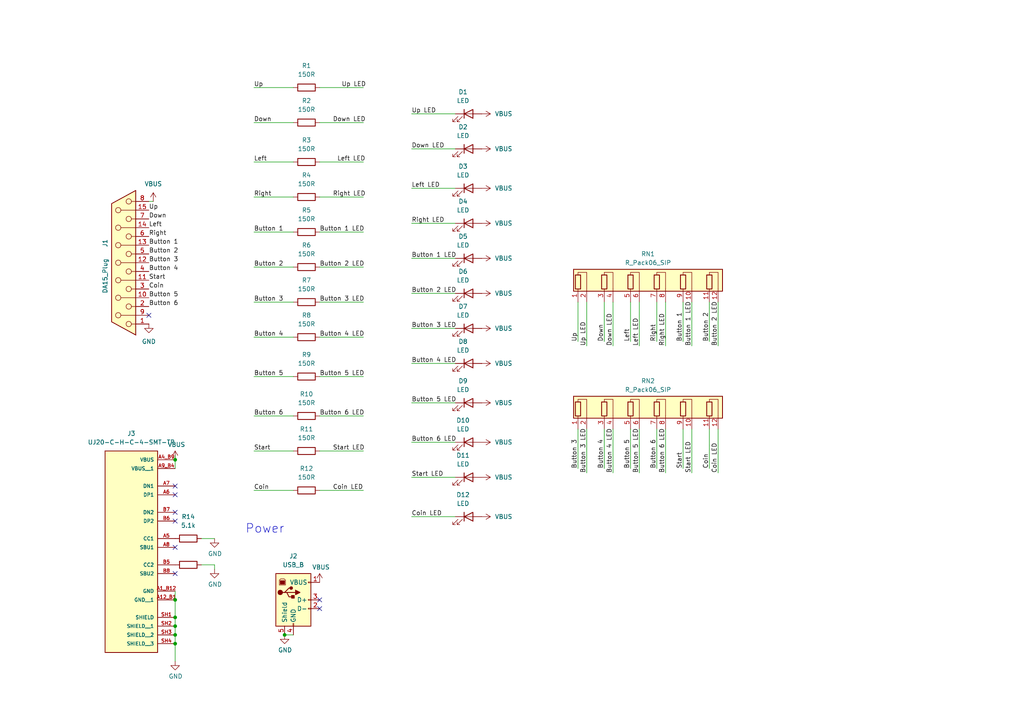
<source format=kicad_sch>
(kicad_sch (version 20231120) (generator "eeschema") (generator_version "8.0")
  (paper "A4")
  (lib_symbols
    (symbol "9pin2supergun:UJ20-C-H-C-4-SMT-TR" (pin_names (offset 1.016))
      (property "Reference" "J" (at -7.62 23.622 0))
      (property "Value" "UJ20-C-H-C-4-SMT-TR" (at -7.62 -38.1 0))
      (symbol "UJ20-C-H-C-4-SMT-TR_0_0"
        (rectangle (start -7.62 -35.56) (end 7.62 22.86) (stroke (width 0.254)) (fill (type background)))
        (pin passive line (at 12.7 -20.32 180) (length 5.08) (name "GND__1") (number "A12_B1"))
        (pin passive line (at 12.7 -17.78 180) (length 5.08) (name "GND") (number "A1_B12"))
        (pin passive line (at 12.7 20.32 180) (length 5.08) (name "VBUS") (number "A4_B9"))
        (pin passive line (at 12.7 -2.54 180) (length 5.08) (name "CC1") (number "A5"))
        (pin passive line (at 12.7 10.16 180) (length 5.08) (name "DP1") (number "A6"))
        (pin passive line (at 12.7 12.7 180) (length 5.08) (name "DN1") (number "A7"))
        (pin passive line (at 12.7 -5.08 180) (length 5.08) (name "SBU1") (number "A8"))
        (pin passive line (at 12.7 17.78 180) (length 5.08) (name "VBUS__1") (number "A9_B4"))
        (pin passive line (at 12.7 -10.16 180) (length 5.08) (name "CC2") (number "B5"))
        (pin passive line (at 12.7 2.54 180) (length 5.08) (name "DP2") (number "B6"))
        (pin passive line (at 12.7 5.08 180) (length 5.08) (name "DN2") (number "B7"))
        (pin passive line (at 12.7 -12.7 180) (length 5.08) (name "SBU2") (number "B8"))
        (pin passive line (at 12.7 -25.4 180) (length 5.08) (name "SHIELD") (number "SH1"))
        (pin passive line (at 12.7 -27.94 180) (length 5.08) (name "SHIELD__1") (number "SH2"))
        (pin passive line (at 12.7 -30.48 180) (length 5.08) (name "SHIELD__2") (number "SH3"))
        (pin passive line (at 12.7 -33.02 180) (length 5.08) (name "SHIELD__3") (number "SH4"))
      )
    )
    (symbol "Connector:DA15_Receptacle" (pin_names (offset 1.016) hide)
      (property "Reference" "J1" (at 5.08 1.2701 0))
      (property "Value" "DA15_Receptacle" (at 5.08 -1.2699 0))
      (symbol "DA15_Receptacle_0_1"
        (circle (center -1.778 -17.78) (radius 0.762))
        (circle (center -1.778 -12.7) (radius 0.762))
        (circle (center -1.778 -7.62) (radius 0.762))
        (circle (center -1.778 -2.54) (radius 0.762))
        (circle (center -1.778 2.54) (radius 0.762))
        (circle (center -1.778 7.62) (radius 0.762))
        (circle (center -1.778 12.7) (radius 0.762))
        (circle (center -1.778 17.78) (radius 0.762))
        (polyline (pts (xy -3.81 -17.78) (xy -2.54 -17.78)))
        (polyline (pts (xy -3.81 -15.24) (xy 0.508 -15.24)))
        (polyline (pts (xy -3.81 -12.7) (xy -2.54 -12.7)))
        (polyline (pts (xy -3.81 -10.16) (xy 0.508 -10.16)))
        (polyline (pts (xy -3.81 -7.62) (xy -2.54 -7.62)))
        (polyline (pts (xy -3.81 -5.08) (xy 0.508 -5.08)))
        (polyline (pts (xy -3.81 -2.54) (xy -2.54 -2.54)))
        (polyline (pts (xy -3.81 0) (xy 0.508 0)))
        (polyline (pts (xy -3.81 2.54) (xy -2.54 2.54)))
        (polyline (pts (xy -3.81 5.08) (xy 0.508 5.08)))
        (polyline (pts (xy -3.81 7.62) (xy -2.54 7.62)))
        (polyline (pts (xy -3.81 10.16) (xy 0.508 10.16)))
        (polyline (pts (xy -3.81 12.7) (xy -2.54 12.7)))
        (polyline (pts (xy -3.81 15.24) (xy 0.508 15.24)))
        (polyline (pts (xy -3.81 17.78) (xy -2.54 17.78)))
        (polyline (pts (xy -3.81 20.955) (xy 3.175 17.145) (xy 3.175 -17.145) (xy -3.81 -20.955) (xy -3.81 20.955)) (stroke (width 0.254)) (fill (type background)))
        (circle (center 1.27 -15.24) (radius 0.762))
        (circle (center 1.27 -10.16) (radius 0.762))
        (circle (center 1.27 -5.08) (radius 0.762))
        (circle (center 1.27 0) (radius 0.762))
        (circle (center 1.27 5.08) (radius 0.762))
        (circle (center 1.27 10.16) (radius 0.762))
        (circle (center 1.27 15.24) (radius 0.762))
      )
      (symbol "DA15_Receptacle_1_1"
        (pin passive line (at -7.62 17.78 0) (length 3.81) (name "1") (number "1"))
        (pin passive line (at -7.62 10.16 0) (length 3.81) (name "P10") (number "10"))
        (pin passive line (at -7.62 5.08 0) (length 3.81) (name "P111") (number "11"))
        (pin passive line (at -7.62 0 0) (length 3.81) (name "P12") (number "12"))
        (pin passive line (at -7.62 -5.08 0) (length 3.81) (name "P13") (number "13"))
        (pin passive line (at -7.62 -10.16 0) (length 3.81) (name "P14") (number "14"))
        (pin passive line (at -7.62 -15.24 0) (length 3.81) (name "P15") (number "15"))
        (pin passive line (at -7.62 12.7 0) (length 3.81) (name "2") (number "2"))
        (pin passive line (at -7.62 7.62 0) (length 3.81) (name "3") (number "3"))
        (pin passive line (at -7.62 2.54 0) (length 3.81) (name "4") (number "4"))
        (pin passive line (at -7.62 -2.54 0) (length 3.81) (name "5") (number "5"))
        (pin passive line (at -7.62 -7.62 0) (length 3.81) (name "6") (number "6"))
        (pin passive line (at -7.62 -12.7 0) (length 3.81) (name "7") (number "7"))
        (pin passive line (at -7.62 -17.78 0) (length 3.81) (name "8") (number "8"))
        (pin passive line (at -7.62 15.24 0) (length 3.81) (name "P9") (number "9"))
      )
    )
    (symbol "Connector:USB_B" (pin_names (offset 1.016))
      (property "Reference" "J" (at -5.08 11.43 0))
      (property "Value" "USB_B" (at -5.08 8.89 0))
      (symbol "USB_B_0_1"
        (rectangle (start -5.08 -7.62) (end 5.08 7.62) (stroke (width 0.254)) (fill (type background)))
        (circle (center -3.81 2.159) (radius 0.635) (stroke (width 0.254)) (fill (type outline)))
        (rectangle (start -3.81 5.588) (end -2.54 4.572) (fill (type outline)))
        (circle (center -0.635 3.429) (radius 0.381) (stroke (width 0.254)) (fill (type outline)))
        (rectangle (start -0.127 -7.62) (end 0.127 -6.858))
        (polyline (pts (xy -1.905 2.159) (xy 0.635 2.159)) (stroke (width 0.254)))
        (polyline (pts (xy -3.175 2.159) (xy -2.54 2.159) (xy -1.27 3.429) (xy -0.635 3.429)) (stroke (width 0.254)))
        (polyline (pts (xy -2.54 2.159) (xy -1.905 2.159) (xy -1.27 0.889) (xy 0 0.889)) (stroke (width 0.254)))
        (polyline (pts (xy 0.635 2.794) (xy 0.635 1.524) (xy 1.905 2.159) (xy 0.635 2.794)) (stroke (width 0.254)) (fill (type outline)))
        (polyline (pts (xy -4.064 4.318) (xy -2.286 4.318) (xy -2.286 5.715) (xy -2.667 6.096) (xy -3.683 6.096) (xy -4.064 5.715) (xy -4.064 4.318)))
        (rectangle (start 0.254 1.27) (end -0.508 0.508) (stroke (width 0.254)) (fill (type outline)))
        (rectangle (start 5.08 -2.667) (end 4.318 -2.413))
        (rectangle (start 5.08 -0.127) (end 4.318 0.127))
        (rectangle (start 5.08 4.953) (end 4.318 5.207))
      )
      (symbol "USB_B_1_1"
        (pin power_out line (at 7.62 5.08 180) (length 2.54) (name "VBUS") (number "1"))
        (pin bidirectional line (at 7.62 -2.54 180) (length 2.54) (name "D-") (number "2"))
        (pin bidirectional line (at 7.62 0 180) (length 2.54) (name "D+") (number "3"))
        (pin power_out line (at 0 -10.16 90) (length 2.54) (name "GND") (number "4"))
        (pin passive line (at -2.54 -10.16 90) (length 2.54) (name "Shield") (number "5"))
      )
    )
    (symbol "Device:LED" (pin_numbers hide) (pin_names (offset 1.016) hide)
      (property "Reference" "D" (at 0 2.54 0))
      (property "Value" "LED" (at 0 -2.54 0))
      (symbol "LED_0_1"
        (polyline (pts (xy -1.27 -1.27) (xy -1.27 1.27)) (stroke (width 0.254)))
        (polyline (pts (xy -1.27 0) (xy 1.27 0)))
        (polyline (pts (xy 1.27 -1.27) (xy 1.27 1.27) (xy -1.27 0) (xy 1.27 -1.27)) (stroke (width 0.254)))
        (polyline (pts (xy -3.048 -0.762) (xy -4.572 -2.286) (xy -3.81 -2.286) (xy -4.572 -2.286) (xy -4.572 -1.524)))
        (polyline (pts (xy -1.778 -0.762) (xy -3.302 -2.286) (xy -2.54 -2.286) (xy -3.302 -2.286) (xy -3.302 -1.524)))
      )
      (symbol "LED_1_1"
        (pin passive line (at -3.81 0 0) (length 2.54) (name "K") (number "1"))
        (pin passive line (at 3.81 0 180) (length 2.54) (name "A") (number "2"))
      )
    )
    (symbol "Device:R" (pin_numbers hide) (pin_names (offset 0))
      (property "Reference" "R" (at 2.032 0 90))
      (property "Value" "R" (at 0 0 90))
      (symbol "R_0_1"
        (rectangle (start -1.016 -2.54) (end 1.016 2.54) (stroke (width 0.254)))
      )
      (symbol "R_1_1"
        (pin passive line (at 0 3.81 270) (length 1.27) (name "~") (number "1"))
        (pin passive line (at 0 -3.81 90) (length 1.27) (name "~") (number "2"))
      )
    )
    (symbol "Device:R_Pack06_SIP" (pin_names (offset 0) hide)
      (property "Reference" "RN" (at -22.86 0 90))
      (property "Value" "R_Pack06_SIP" (at 22.86 0 90))
      (symbol "R_Pack06_SIP_0_1"
        (rectangle (start -21.59 -1.905) (end 21.59 4.445) (stroke (width 0.254)) (fill (type background)))
        (rectangle (start -21.082 2.794) (end -19.558 -1.27) (stroke (width 0.254)))
        (rectangle (start -13.462 2.794) (end -11.938 -1.27) (stroke (width 0.254)))
        (rectangle (start -5.842 2.794) (end -4.318 -1.27) (stroke (width 0.254)))
        (polyline (pts (xy -20.32 2.794) (xy -20.32 3.556) (xy -17.78 3.556) (xy -17.78 -1.27)))
        (polyline (pts (xy -12.7 2.794) (xy -12.7 3.556) (xy -10.16 3.556) (xy -10.16 -1.27)))
        (polyline (pts (xy -5.08 2.794) (xy -5.08 3.556) (xy -2.54 3.556) (xy -2.54 -1.27)))
        (polyline (pts (xy 2.54 2.794) (xy 2.54 3.556) (xy 5.08 3.556) (xy 5.08 -1.27)))
        (polyline (pts (xy 10.16 2.794) (xy 10.16 3.556) (xy 12.7 3.556) (xy 12.7 -1.27)))
        (polyline (pts (xy 17.78 2.794) (xy 17.78 3.556) (xy 20.32 3.556) (xy 20.32 -1.27)))
        (rectangle (start 1.778 2.794) (end 3.302 -1.27) (stroke (width 0.254)))
        (rectangle (start 9.398 2.794) (end 10.922 -1.27) (stroke (width 0.254)))
        (rectangle (start 17.018 2.794) (end 18.542 -1.27) (stroke (width 0.254)))
      )
      (symbol "R_Pack06_SIP_1_1"
        (pin passive line (at -20.32 -5.08 90) (length 3.81) (name "R1.1") (number "1"))
        (pin passive line (at 12.7 -5.08 90) (length 3.81) (name "R5.2") (number "10"))
        (pin passive line (at 17.78 -5.08 90) (length 3.81) (name "R6.1") (number "11"))
        (pin passive line (at 20.32 -5.08 90) (length 3.81) (name "R6.2") (number "12"))
        (pin passive line (at -17.78 -5.08 90) (length 3.81) (name "R1.2") (number "2"))
        (pin passive line (at -12.7 -5.08 90) (length 3.81) (name "R2.1") (number "3"))
        (pin passive line (at -10.16 -5.08 90) (length 3.81) (name "R2.2") (number "4"))
        (pin passive line (at -5.08 -5.08 90) (length 3.81) (name "R3.1") (number "5"))
        (pin passive line (at -2.54 -5.08 90) (length 3.81) (name "R3.2") (number "6"))
        (pin passive line (at 2.54 -5.08 90) (length 3.81) (name "R4.1") (number "7"))
        (pin passive line (at 5.08 -5.08 90) (length 3.81) (name "R4.2") (number "8"))
        (pin passive line (at 10.16 -5.08 90) (length 3.81) (name "R5.1") (number "9"))
      )
    )
    (symbol "GND_4" (power) (pin_names (offset 0))
      (property "Value" "GND" (at 0 -3.81 0))
      (symbol "GND_4_0_1"
        (polyline (pts (xy 0 0) (xy 0 -1.27) (xy 1.27 -1.27) (xy 0 -2.54) (xy -1.27 -1.27) (xy 0 -1.27)))
      )
      (symbol "GND_4_1_1"
        (pin power_in line (at 0 0 270) (length 0) hide (name "GND") (number "1"))
      )
    )
    (symbol "VBUS_1" (power) (pin_names (offset 0))
      (property "Value" "VBUS" (at 0 3.81 0))
      (symbol "VBUS_1_0_1"
        (polyline (pts (xy -0.762 1.27) (xy 0 2.54)))
        (polyline (pts (xy 0 0) (xy 0 2.54)))
        (polyline (pts (xy 0 2.54) (xy 0.762 1.27)))
      )
      (symbol "VBUS_1_1_1"
        (pin power_in line (at 0 0 90) (length 0) hide (name "VBUS") (number "1"))
      )
    )
    (symbol "power:GND" (power) (pin_numbers hide) (pin_names (offset 0) hide)
      (property "Value" "GND" (at 0 -3.81 0))
      (symbol "GND_0_1"
        (polyline (pts (xy 0 0) (xy 0 -1.27) (xy 1.27 -1.27) (xy 0 -2.54) (xy -1.27 -1.27) (xy 0 -1.27)))
      )
      (symbol "GND_1_1"
        (pin power_in line (at 0 0 270) (length 0) (name "~") (number "1"))
      )
    )
    (symbol "power:VBUS" (power) (pin_numbers hide) (pin_names (offset 0) hide)
      (property "Value" "VBUS" (at 0 3.556 0))
      (symbol "VBUS_0_1"
        (polyline (pts (xy -0.762 1.27) (xy 0 2.54)))
        (polyline (pts (xy 0 0) (xy 0 2.54)))
        (polyline (pts (xy 0 2.54) (xy 0.762 1.27)))
      )
      (symbol "VBUS_1_1"
        (pin power_in line (at 0 0 90) (length 0) (name "~") (number "1"))
      )
    )
  )
  (junction (at 50.8 184.15))
  (junction (at 50.8 173.99))
  (junction (at 50.8 186.69))
  (junction (at 50.8 133.35))
  (junction (at 82.55 184.15))
  (junction (at 50.8 179.07))
  (junction (at 50.8 181.61))
  (no_connect (at 43.18 91.44))
  (no_connect (at 50.8 148.59))
  (no_connect (at 50.8 158.75))
  (no_connect (at 92.71 173.99))
  (no_connect (at 50.8 143.51))
  (no_connect (at 50.8 166.37))
  (no_connect (at 92.71 176.53))
  (no_connect (at 50.8 140.97))
  (no_connect (at 50.8 151.13))
  (wire (pts (xy 50.8 184.15) (xy 50.8 186.69)))
  (wire (pts (xy 170.18 100.33) (xy 170.18 87.63)))
  (wire (pts (xy 82.55 184.15) (xy 85.09 184.15)))
  (wire (pts (xy 50.8 133.35) (xy 50.8 135.89)))
  (wire (pts (xy 92.71 25.4) (xy 105.41 25.4)))
  (wire (pts (xy 73.66 97.79) (xy 85.09 97.79)))
  (wire (pts (xy 62.23 163.83) (xy 62.23 165.1)))
  (wire (pts (xy 119.38 128.27) (xy 132.08 128.27)))
  (wire (pts (xy 182.88 99.06) (xy 182.88 87.63)))
  (wire (pts (xy 92.71 120.65) (xy 105.41 120.65)))
  (wire (pts (xy 73.66 109.22) (xy 85.09 109.22)))
  (wire (pts (xy 182.88 135.89) (xy 182.88 124.46)))
  (wire (pts (xy 119.38 33.02) (xy 132.08 33.02)))
  (wire (pts (xy 200.66 100.33) (xy 200.66 87.63)))
  (wire (pts (xy 167.64 99.06) (xy 167.64 87.63)))
  (wire (pts (xy 73.66 87.63) (xy 85.09 87.63)))
  (wire (pts (xy 73.66 46.99) (xy 85.09 46.99)))
  (wire (pts (xy 92.71 130.81) (xy 105.41 130.81)))
  (wire (pts (xy 92.71 142.24) (xy 105.41 142.24)))
  (wire (pts (xy 193.04 137.16) (xy 193.04 124.46)))
  (wire (pts (xy 175.26 99.06) (xy 175.26 87.63)))
  (wire (pts (xy 73.66 130.81) (xy 85.09 130.81)))
  (wire (pts (xy 119.38 116.84) (xy 132.08 116.84)))
  (wire (pts (xy 198.12 99.06) (xy 198.12 87.63)))
  (wire (pts (xy 92.71 46.99) (xy 105.41 46.99)))
  (wire (pts (xy 175.26 135.89) (xy 175.26 124.46)))
  (wire (pts (xy 73.66 77.47) (xy 85.09 77.47)))
  (wire (pts (xy 119.38 64.77) (xy 132.08 64.77)))
  (wire (pts (xy 92.71 97.79) (xy 105.41 97.79)))
  (wire (pts (xy 58.42 163.83) (xy 62.23 163.83)))
  (wire (pts (xy 58.42 156.21) (xy 62.23 156.21)))
  (wire (pts (xy 50.8 179.07) (xy 50.8 181.61)))
  (wire (pts (xy 92.71 77.47) (xy 105.41 77.47)))
  (wire (pts (xy 170.18 137.16) (xy 170.18 124.46)))
  (wire (pts (xy 119.38 138.43) (xy 132.08 138.43)))
  (wire (pts (xy 73.66 25.4) (xy 85.09 25.4)))
  (wire (pts (xy 208.28 100.33) (xy 208.28 87.63)))
  (wire (pts (xy 205.74 99.06) (xy 205.74 87.63)))
  (wire (pts (xy 50.8 171.45) (xy 50.8 173.99)))
  (wire (pts (xy 92.71 57.15) (xy 105.41 57.15)))
  (wire (pts (xy 92.71 109.22) (xy 105.41 109.22)))
  (wire (pts (xy 190.5 99.06) (xy 190.5 87.63)))
  (wire (pts (xy 119.38 95.25) (xy 132.08 95.25)))
  (wire (pts (xy 73.66 57.15) (xy 85.09 57.15)))
  (wire (pts (xy 198.12 135.89) (xy 198.12 124.46)))
  (wire (pts (xy 119.38 85.09) (xy 132.08 85.09)))
  (wire (pts (xy 208.28 137.16) (xy 208.28 124.46)))
  (wire (pts (xy 193.04 100.33) (xy 193.04 87.63)))
  (wire (pts (xy 92.71 35.56) (xy 105.41 35.56)))
  (wire (pts (xy 200.66 137.16) (xy 200.66 124.46)))
  (wire (pts (xy 43.18 58.42) (xy 44.45 58.42)))
  (wire (pts (xy 185.42 100.33) (xy 185.42 87.63)))
  (wire (pts (xy 50.8 132.08) (xy 50.8 133.35)))
  (wire (pts (xy 50.8 181.61) (xy 50.8 184.15)))
  (wire (pts (xy 50.8 173.99) (xy 50.8 179.07)))
  (wire (pts (xy 167.64 135.89) (xy 167.64 124.46)))
  (wire (pts (xy 119.38 149.86) (xy 132.08 149.86)))
  (wire (pts (xy 119.38 105.41) (xy 132.08 105.41)))
  (wire (pts (xy 73.66 67.31) (xy 85.09 67.31)))
  (wire (pts (xy 119.38 54.61) (xy 132.08 54.61)))
  (wire (pts (xy 205.74 135.89) (xy 205.74 124.46)))
  (wire (pts (xy 92.71 67.31) (xy 105.41 67.31)))
  (wire (pts (xy 190.5 135.89) (xy 190.5 124.46)))
  (wire (pts (xy 177.8 137.16) (xy 177.8 124.46)))
  (wire (pts (xy 73.66 142.24) (xy 85.09 142.24)))
  (wire (pts (xy 73.66 120.65) (xy 85.09 120.65)))
  (wire (pts (xy 50.8 186.69) (xy 50.8 191.77)))
  (wire (pts (xy 73.66 35.56) (xy 85.09 35.56)))
  (wire (pts (xy 177.8 100.33) (xy 177.8 87.63)))
  (wire (pts (xy 119.38 43.18) (xy 132.08 43.18)))
  (wire (pts (xy 92.71 87.63) (xy 105.41 87.63)))
  (wire (pts (xy 185.42 137.16) (xy 185.42 124.46)))
  (wire (pts (xy 119.38 74.93) (xy 132.08 74.93)))
  (text "Power" (at 71.12 154.94 0) (effects (font (size 2.54 2.54)) (justify left bottom)))
  (label "Left LED" (at 119.38 54.61 0))
  (label "Up LED" (at 119.38 33.02 0))
  (label "Button 1 LED" (at 92.71 67.31 0))
  (label "Button 3 LED" (at 170.18 137.16 90))
  (label "Right LED" (at 193.04 100.33 90))
  (label "Button 4" (at 175.26 135.89 90))
  (label "Left" (at 73.66 46.99 0))
  (label "Button 6 LED" (at 119.38 128.27 0))
  (label "Right" (at 190.5 99.06 90))
  (label "Up" (at 43.18 60.96 0))
  (label "Button 4 LED" (at 92.71 97.79 0))
  (label "Down" (at 73.66 35.56 0))
  (label "Button 3" (at 43.18 76.2 0))
  (label "Button 1" (at 198.12 99.06 90))
  (label "Right LED" (at 96.52 57.15 0))
  (label "Button 6 LED" (at 193.04 137.16 90))
  (label "Button 6 LED" (at 92.71 120.65 0))
  (label "Left LED" (at 97.79 46.99 0))
  (label "Down" (at 43.18 63.5 0))
  (label "Coin" (at 205.74 135.89 90))
  (label "Button 3" (at 73.66 87.63 0))
  (label "Left" (at 43.18 66.04 0))
  (label "Button 5 LED" (at 119.38 116.84 0))
  (label "Start LED" (at 200.66 137.16 90))
  (label "Coin LED" (at 119.38 149.86 0))
  (label "Coin" (at 73.66 142.24 0))
  (label "Button 1" (at 43.18 71.12 0))
  (label "Start LED" (at 96.52 130.81 0))
  (label "Button 6" (at 190.5 135.89 90))
  (label "Button 2" (at 205.74 99.06 90))
  (label "Coin LED" (at 96.52 142.24 0))
  (label "Down LED" (at 96.52 35.56 0))
  (label "Up LED" (at 99.06 25.4 0))
  (label "Button 4 LED" (at 119.38 105.41 0))
  (label "Start" (at 43.18 81.28 0))
  (label "Button 1" (at 73.66 67.31 0))
  (label "Left LED" (at 185.42 100.33 90))
  (label "Coin LED" (at 208.28 137.16 90))
  (label "Button 3 LED" (at 92.71 87.63 0))
  (label "Right" (at 43.18 68.58 0))
  (label "Button 5" (at 182.88 135.89 90))
  (label "Button 2" (at 43.18 73.66 0))
  (label "Button 3" (at 167.64 135.89 90))
  (label "Start" (at 198.12 135.89 90))
  (label "Button 5 LED" (at 92.71 109.22 0))
  (label "Button 2" (at 73.66 77.47 0))
  (label "Button 6" (at 73.66 120.65 0))
  (label "Button 6" (at 43.18 88.9 0))
  (label "Button 4" (at 43.18 78.74 0))
  (label "Down LED" (at 177.8 100.33 90))
  (label "Button 1 LED" (at 119.38 74.93 0))
  (label "Button 5" (at 43.18 86.36 0))
  (label "Down LED" (at 119.38 43.18 0))
  (label "Up" (at 73.66 25.4 0))
  (label "Up LED" (at 170.18 100.33 90))
  (label "Button 5" (at 73.66 109.22 0))
  (label "Button 5 LED" (at 185.42 137.16 90))
  (label "Button 2 LED" (at 92.71 77.47 0))
  (label "Down" (at 175.26 99.06 90))
  (label "Start" (at 73.66 130.81 0))
  (label "Up" (at 167.64 99.06 90))
  (label "Right" (at 73.66 57.15 0))
  (label "Button 4 LED" (at 177.8 137.16 90))
  (label "Button 2 LED" (at 208.28 100.33 90))
  (label "Button 4" (at 73.66 97.79 0))
  (label "Coin" (at 43.18 83.82 0))
  (label "Start LED" (at 119.38 138.43 0))
  (label "Button 3 LED" (at 119.38 95.25 0))
  (label "Left" (at 182.88 99.06 90))
  (label "Button 2 LED" (at 119.38 85.09 0))
  (label "Button 1 LED" (at 200.66 100.33 90))
  (label "Right LED" (at 119.38 64.77 0))
  (symbol (lib_name "GND_4") (lib_id "power:GND") (at 50.8 191.77 0) (unit 1)
    (property "Reference" "#PWR01" (effects (hide yes)))
    (property "Value" "GND" (at 50.927 196.1642 0))
  )
  (symbol (lib_name "VBUS_1") (lib_id "power:VBUS") (at 50.8 133.35 0) (unit 1)
    (property "Reference" "#PWR03" (effects (hide yes)))
    (property "Value" "VBUS" (at 51.181 128.9558 0))
  )
  (symbol (lib_id "Device:LED") (at 135.89 128.27 0) (unit 1)
    (property "Reference" "D10" (at 134.3025 121.92 0))
    (property "Value" "LED" (at 134.3025 124.46 0))
    (property "Footprint" "LED_THT:LED_D3.0mm" (effects (hide yes)))
    (property "Description" "Light emitting diode" (effects (hide yes)))
  )
  (symbol (lib_id "Device:R") (at 88.9 142.24 90) (unit 1)
    (property "Reference" "R12" (at 88.9 135.89 90))
    (property "Value" "150R" (at 88.9 138.43 90))
    (property "Footprint" "Resistor_THT:R_Axial_DIN0207_L6.3mm_D2.5mm_P15.24mm_Horizontal" (effects (hide yes)))
    (property "Description" "Resistor" (effects (hide yes)))
  )
  (symbol (lib_id "power:VBUS") (at 139.7 74.93 270) (unit 1)
    (property "Reference" "#PWR05" (effects (hide yes)))
    (property "Value" "VBUS" (at 143.51 74.9299 90) (effects (justify left)))
    (property "Description" "Power symbol creates a global label with name \"VBUS\"" (effects (hide yes)))
  )
  (symbol (lib_id "Connector:USB_B") (at 85.09 173.99 0) (unit 1)
    (property "Reference" "J2" (at 85.09 161.29 0))
    (property "Value" "USB_B" (at 85.09 163.83 0))
    (property "Footprint" "Connector_USB:USB_B_OST_USB-B1HSxx_Horizontal" (effects (hide yes)))
    (property "Description" "USB Type B connector" (effects (hide yes)))
  )
  (symbol (lib_id "Device:R") (at 88.9 57.15 90) (unit 1)
    (property "Reference" "R4" (at 88.9 50.8 90))
    (property "Value" "150R" (at 88.9 53.34 90))
    (property "Footprint" "Resistor_THT:R_Axial_DIN0207_L6.3mm_D2.5mm_P15.24mm_Horizontal" (effects (hide yes)))
    (property "Description" "Resistor" (effects (hide yes)))
  )
  (symbol (lib_id "power:VBUS") (at 139.7 128.27 270) (unit 1)
    (property "Reference" "#PWR010" (effects (hide yes)))
    (property "Value" "VBUS" (at 143.51 128.2699 90) (effects (justify left)))
    (property "Description" "Power symbol creates a global label with name \"VBUS\"" (effects (hide yes)))
  )
  (symbol (lib_id "Device:LED") (at 135.89 74.93 0) (unit 1)
    (property "Reference" "D5" (at 134.3025 68.58 0))
    (property "Value" "LED" (at 134.3025 71.12 0))
    (property "Footprint" "LED_THT:LED_D3.0mm" (effects (hide yes)))
    (property "Description" "Light emitting diode" (effects (hide yes)))
  )
  (symbol (lib_id "Device:R_Pack06_SIP") (at 187.96 82.55 0) (unit 1)
    (property "Reference" "RN1" (at 187.96 73.66 0))
    (property "Value" "R_Pack06_SIP" (at 187.96 76.2 0))
    (property "Footprint" "Resistor_THT:R_Array_SIP12" (effects (hide yes)))
    (property "Datasheet" "http://www.vishay.com/docs/31509/csc.pdf" (effects (hide yes)))
    (property "Description" "6 resistor network, parallel topology, SIP package" (effects (hide yes)))
  )
  (symbol (lib_id "Device:R") (at 88.9 46.99 90) (unit 1)
    (property "Reference" "R3" (at 88.9 40.64 90))
    (property "Value" "150R" (at 88.9 43.18 90))
    (property "Footprint" "Resistor_THT:R_Axial_DIN0207_L6.3mm_D2.5mm_P15.24mm_Horizontal" (effects (hide yes)))
    (property "Description" "Resistor" (effects (hide yes)))
  )
  (symbol (lib_id "power:VBUS") (at 139.7 105.41 270) (unit 1)
    (property "Reference" "#PWR08" (effects (hide yes)))
    (property "Value" "VBUS" (at 143.51 105.4099 90) (effects (justify left)))
    (property "Description" "Power symbol creates a global label with name \"VBUS\"" (effects (hide yes)))
  )
  (symbol (lib_id "Device:LED") (at 135.89 85.09 0) (unit 1)
    (property "Reference" "D6" (at 134.3025 78.74 0))
    (property "Value" "LED" (at 134.3025 81.28 0))
    (property "Footprint" "LED_THT:LED_D3.0mm" (effects (hide yes)))
    (property "Description" "Light emitting diode" (effects (hide yes)))
  )
  (symbol (lib_id "Device:R") (at 54.61 163.83 270) (unit 1)
    (property "Reference" "R13" (effects (hide yes)))
    (property "Value" "5.1k" (effects (hide yes)))
    (property "Footprint" "Resistor_SMD:R_0805_2012Metric_Pad1.20x1.40mm_HandSolder" (effects (hide yes)))
    (property "Description" "Resistor" (effects (hide yes)))
  )
  (symbol (lib_id "power:VBUS") (at 139.7 43.18 270) (unit 1)
    (property "Reference" "#PWR0104" (effects (hide yes)))
    (property "Value" "VBUS" (at 143.51 43.1799 90) (effects (justify left)))
    (property "Description" "Power symbol creates a global label with name \"VBUS\"" (effects (hide yes)))
  )
  (symbol (lib_id "Device:LED") (at 135.89 54.61 0) (unit 1)
    (property "Reference" "D3" (at 134.3025 48.26 0))
    (property "Value" "LED" (at 134.3025 50.8 0))
    (property "Footprint" "LED_THT:LED_D3.0mm" (effects (hide yes)))
    (property "Description" "Light emitting diode" (effects (hide yes)))
  )
  (symbol (lib_id "Device:LED") (at 135.89 95.25 0) (unit 1)
    (property "Reference" "D7" (at 134.3025 88.9 0))
    (property "Value" "LED" (at 134.3025 91.44 0))
    (property "Footprint" "LED_THT:LED_D3.0mm" (effects (hide yes)))
    (property "Description" "Light emitting diode" (effects (hide yes)))
  )
  (symbol (lib_id "power:VBUS") (at 44.45 58.42 0) (mirror y) (unit 1)
    (property "Reference" "#PWR019" (effects (hide yes)))
    (property "Value" "VBUS" (at 44.45 53.34 0))
    (property "Description" "Power symbol creates a global label with name \"VBUS\"" (effects (hide yes)))
  )
  (symbol (lib_id "Device:R") (at 88.9 87.63 90) (unit 1)
    (property "Reference" "R7" (at 88.9 81.28 90))
    (property "Value" "150R" (at 88.9 83.82 90))
    (property "Footprint" "Resistor_THT:R_Axial_DIN0207_L6.3mm_D2.5mm_P15.24mm_Horizontal" (effects (hide yes)))
    (property "Description" "Resistor" (effects (hide yes)))
  )
  (symbol (lib_name "GND_4") (lib_id "power:GND") (at 62.23 165.1 0) (unit 1)
    (property "Reference" "#PWR02" (effects (hide yes)))
    (property "Value" "GND" (at 62.357 169.4942 0))
  )
  (symbol (lib_id "power:VBUS") (at 139.7 54.61 270) (unit 1)
    (property "Reference" "#PWR0102" (effects (hide yes)))
    (property "Value" "VBUS" (at 143.51 54.6099 90) (effects (justify left)))
    (property "Description" "Power symbol creates a global label with name \"VBUS\"" (effects (hide yes)))
  )
  (symbol (lib_name "VBUS_1") (lib_id "power:VBUS") (at 92.71 168.91 0) (unit 1)
    (property "Reference" "#PWR013" (effects (hide yes)))
    (property "Value" "VBUS" (at 93.091 164.5158 0))
  )
  (symbol (lib_id "Device:R") (at 88.9 120.65 90) (unit 1)
    (property "Reference" "R10" (at 88.9 114.3 90))
    (property "Value" "150R" (at 88.9 116.84 90))
    (property "Footprint" "Resistor_THT:R_Axial_DIN0207_L6.3mm_D2.5mm_P15.24mm_Horizontal" (effects (hide yes)))
    (property "Description" "Resistor" (effects (hide yes)))
  )
  (symbol (lib_id "power:GND") (at 43.18 93.98 0) (unit 1)
    (property "Reference" "#PWR0108" (effects (hide yes)))
    (property "Value" "GND" (at 43.18 99.06 0))
    (property "Description" "Power symbol creates a global label with name \"GND\" , ground" (effects (hide yes)))
  )
  (symbol (lib_id "power:VBUS") (at 139.7 116.84 270) (unit 1)
    (property "Reference" "#PWR09" (effects (hide yes)))
    (property "Value" "VBUS" (at 143.51 116.8399 90) (effects (justify left)))
    (property "Description" "Power symbol creates a global label with name \"VBUS\"" (effects (hide yes)))
  )
  (symbol (lib_id "Device:LED") (at 135.89 105.41 0) (unit 1)
    (property "Reference" "D8" (at 134.3025 99.06 0))
    (property "Value" "LED" (at 134.3025 101.6 0))
    (property "Footprint" "LED_THT:LED_D3.0mm" (effects (hide yes)))
    (property "Description" "Light emitting diode" (effects (hide yes)))
  )
  (symbol (lib_id "power:VBUS") (at 139.7 33.02 270) (unit 1)
    (property "Reference" "#PWR0103" (effects (hide yes)))
    (property "Value" "VBUS" (at 143.51 33.0199 90) (effects (justify left)))
    (property "Description" "Power symbol creates a global label with name \"VBUS\"" (effects (hide yes)))
  )
  (symbol (lib_id "power:VBUS") (at 139.7 85.09 270) (unit 1)
    (property "Reference" "#PWR06" (effects (hide yes)))
    (property "Value" "VBUS" (at 143.51 85.0899 90) (effects (justify left)))
    (property "Description" "Power symbol creates a global label with name \"VBUS\"" (effects (hide yes)))
  )
  (symbol (lib_id "Connector:DA15_Receptacle") (at 35.56 76.2 180) (unit 1)
    (property "Reference" "J1" (at 30.48 69.342 90) (effects (justify left)))
    (property "Value" "DA15_Plug" (at 30.48 74.9301 90) (effects (justify left)))
    (property "Footprint" "Connector_Dsub:DSUB-15_Male_Horizontal_P2.77x2.84mm_EdgePinOffset7.70mm_Housed_MountingHolesOffset9.12mm" (effects (hide yes)))
    (property "Description" "15-pin male receptacle socket D-SUB connector (low-density/2 columns)" (effects (hide yes)))
  )
  (symbol (lib_id "Device:LED") (at 135.89 64.77 0) (unit 1)
    (property "Reference" "D4" (at 134.3025 58.42 0))
    (property "Value" "LED" (at 134.3025 60.96 0))
    (property "Footprint" "LED_THT:LED_D3.0mm" (effects (hide yes)))
    (property "Description" "Light emitting diode" (effects (hide yes)))
  )
  (symbol (lib_id "Device:R") (at 88.9 35.56 90) (unit 1)
    (property "Reference" "R2" (at 88.9 29.21 90))
    (property "Value" "150R" (at 88.9 31.75 90))
    (property "Footprint" "Resistor_THT:R_Axial_DIN0207_L6.3mm_D2.5mm_P15.24mm_Horizontal" (effects (hide yes)))
    (property "Description" "Resistor" (effects (hide yes)))
  )
  (symbol (lib_id "power:VBUS") (at 139.7 138.43 270) (unit 1)
    (property "Reference" "#PWR011" (effects (hide yes)))
    (property "Value" "VBUS" (at 143.51 138.4299 90) (effects (justify left)))
    (property "Description" "Power symbol creates a global label with name \"VBUS\"" (effects (hide yes)))
  )
  (symbol (lib_name "GND_4") (lib_id "power:GND") (at 82.55 184.15 0) (unit 1)
    (property "Reference" "#PWR014" (effects (hide yes)))
    (property "Value" "GND" (at 82.677 188.5442 0))
  )
  (symbol (lib_id "9pin2supergun:UJ20-C-H-C-4-SMT-TR") (at 38.1 153.67 0) (unit 1)
    (property "Reference" "J3" (at 38.1 125.73 0))
    (property "Value" "UJ20-C-H-C-4-SMT-TR" (at 38.1 128.27 0))
    (property "Footprint" "9pin2supergun:CUI_UJ20-C-H-C-4-SMT-TR" (effects (hide yes)))
    (property "PARTREV" "1.0" (effects (hide yes)))
    (property "STANDARD" "Manufacturer Recommendations" (effects (hide yes)))
    (property "MAXIMUM_PACKAGE_HEIGHT" "3.36mm" (effects (hide yes)))
    (property "MANUFACTURER" "CUI Devices" (effects (hide yes)))
  )
  (symbol (lib_id "Device:LED") (at 135.89 33.02 0) (unit 1)
    (property "Reference" "D1" (at 134.3025 26.67 0))
    (property "Value" "LED" (at 134.3025 29.21 0))
    (property "Footprint" "LED_THT:LED_D3.0mm" (effects (hide yes)))
    (property "Description" "Light emitting diode" (effects (hide yes)))
  )
  (symbol (lib_id "Device:R") (at 88.9 130.81 90) (unit 1)
    (property "Reference" "R11" (at 88.9 124.46 90))
    (property "Value" "150R" (at 88.9 127 90))
    (property "Footprint" "Resistor_THT:R_Axial_DIN0207_L6.3mm_D2.5mm_P15.24mm_Horizontal" (effects (hide yes)))
    (property "Description" "Resistor" (effects (hide yes)))
  )
  (symbol (lib_id "Device:R") (at 88.9 77.47 90) (unit 1)
    (property "Reference" "R6" (at 88.9 71.12 90))
    (property "Value" "150R" (at 88.9 73.66 90))
    (property "Footprint" "Resistor_THT:R_Axial_DIN0207_L6.3mm_D2.5mm_P15.24mm_Horizontal" (effects (hide yes)))
    (property "Description" "Resistor" (effects (hide yes)))
  )
  (symbol (lib_id "power:VBUS") (at 139.7 149.86 270) (unit 1)
    (property "Reference" "#PWR012" (effects (hide yes)))
    (property "Value" "VBUS" (at 143.51 149.8599 90) (effects (justify left)))
    (property "Description" "Power symbol creates a global label with name \"VBUS\"" (effects (hide yes)))
  )
  (symbol (lib_id "Device:LED") (at 135.89 43.18 0) (unit 1)
    (property "Reference" "D2" (at 134.3025 36.83 0))
    (property "Value" "LED" (at 134.3025 39.37 0))
    (property "Footprint" "LED_THT:LED_D3.0mm" (effects (hide yes)))
    (property "Description" "Light emitting diode" (effects (hide yes)))
  )
  (symbol (lib_id "Device:LED") (at 135.89 116.84 0) (unit 1)
    (property "Reference" "D9" (at 134.3025 110.49 0))
    (property "Value" "LED" (at 134.3025 113.03 0))
    (property "Footprint" "LED_THT:LED_D3.0mm" (effects (hide yes)))
    (property "Description" "Light emitting diode" (effects (hide yes)))
  )
  (symbol (lib_id "Device:R") (at 88.9 97.79 90) (unit 1)
    (property "Reference" "R8" (at 88.9 91.44 90))
    (property "Value" "150R" (at 88.9 93.98 90))
    (property "Footprint" "Resistor_THT:R_Axial_DIN0207_L6.3mm_D2.5mm_P15.24mm_Horizontal" (effects (hide yes)))
    (property "Description" "Resistor" (effects (hide yes)))
  )
  (symbol (lib_id "Device:LED") (at 135.89 138.43 0) (unit 1)
    (property "Reference" "D11" (at 134.3025 132.08 0))
    (property "Value" "LED" (at 134.3025 134.62 0))
    (property "Footprint" "LED_THT:LED_D3.0mm" (effects (hide yes)))
    (property "Description" "Light emitting diode" (effects (hide yes)))
  )
  (symbol (lib_id "Device:R") (at 88.9 109.22 90) (unit 1)
    (property "Reference" "R9" (at 88.9 102.87 90))
    (property "Value" "150R" (at 88.9 105.41 90))
    (property "Footprint" "Resistor_THT:R_Axial_DIN0207_L6.3mm_D2.5mm_P15.24mm_Horizontal" (effects (hide yes)))
    (property "Description" "Resistor" (effects (hide yes)))
  )
  (symbol (lib_id "Device:LED") (at 135.89 149.86 0) (unit 1)
    (property "Reference" "D12" (at 134.3025 143.51 0))
    (property "Value" "LED" (at 134.3025 146.05 0))
    (property "Footprint" "LED_THT:LED_D3.0mm" (effects (hide yes)))
    (property "Description" "Light emitting diode" (effects (hide yes)))
  )
  (symbol (lib_name "GND_4") (lib_id "power:GND") (at 62.23 156.21 0) (unit 1)
    (property "Reference" "#PWR015" (effects (hide yes)))
    (property "Value" "GND" (at 62.357 160.6042 0))
  )
  (symbol (lib_id "Device:R") (at 54.61 156.21 90) (unit 1)
    (property "Reference" "R14" (at 54.61 149.86 90))
    (property "Value" "5.1k" (at 54.61 152.4 90))
    (property "Footprint" "Resistor_SMD:R_0805_2012Metric_Pad1.20x1.40mm_HandSolder" (effects (hide yes)))
    (property "Description" "Resistor" (effects (hide yes)))
  )
  (symbol (lib_id "Device:R") (at 88.9 25.4 90) (unit 1)
    (property "Reference" "R1" (at 88.9 19.05 90))
    (property "Value" "150R" (at 88.9 21.59 90))
    (property "Footprint" "Resistor_THT:R_Axial_DIN0207_L6.3mm_D2.5mm_P15.24mm_Horizontal" (effects (hide yes)))
    (property "Description" "Resistor" (effects (hide yes)))
  )
  (symbol (lib_id "power:VBUS") (at 139.7 64.77 270) (unit 1)
    (property "Reference" "#PWR04" (effects (hide yes)))
    (property "Value" "VBUS" (at 143.51 64.7699 90) (effects (justify left)))
    (property "Description" "Power symbol creates a global label with name \"VBUS\"" (effects (hide yes)))
  )
  (symbol (lib_id "Device:R") (at 88.9 67.31 90) (unit 1)
    (property "Reference" "R5" (at 88.9 60.96 90))
    (property "Value" "150R" (at 88.9 63.5 90))
    (property "Footprint" "Resistor_THT:R_Axial_DIN0207_L6.3mm_D2.5mm_P15.24mm_Horizontal" (effects (hide yes)))
    (property "Description" "Resistor" (effects (hide yes)))
  )
  (symbol (lib_id "Device:R_Pack06_SIP") (at 187.96 119.38 0) (unit 1)
    (property "Reference" "RN2" (at 187.96 110.49 0))
    (property "Value" "R_Pack06_SIP" (at 187.96 113.03 0))
    (property "Footprint" "Resistor_THT:R_Array_SIP12" (effects (hide yes)))
    (property "Datasheet" "http://www.vishay.com/docs/31509/csc.pdf" (effects (hide yes)))
    (property "Description" "6 resistor network, parallel topology, SIP package" (effects (hide yes)))
  )
  (symbol (lib_id "power:VBUS") (at 139.7 95.25 270) (unit 1)
    (property "Reference" "#PWR07" (effects (hide yes)))
    (property "Value" "VBUS" (at 143.51 95.2499 90) (effects (justify left)))
    (property "Description" "Power symbol creates a global label with name \"VBUS\"" (effects (hide yes)))
  )
)
</source>
